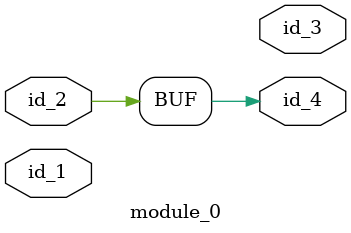
<source format=v>
module module_0 (
    id_1,
    id_2,
    id_3,
    id_4
);
  output id_4;
  output id_3;
  input id_2;
  input id_1;
  assign id_4 = id_2;
endmodule

</source>
